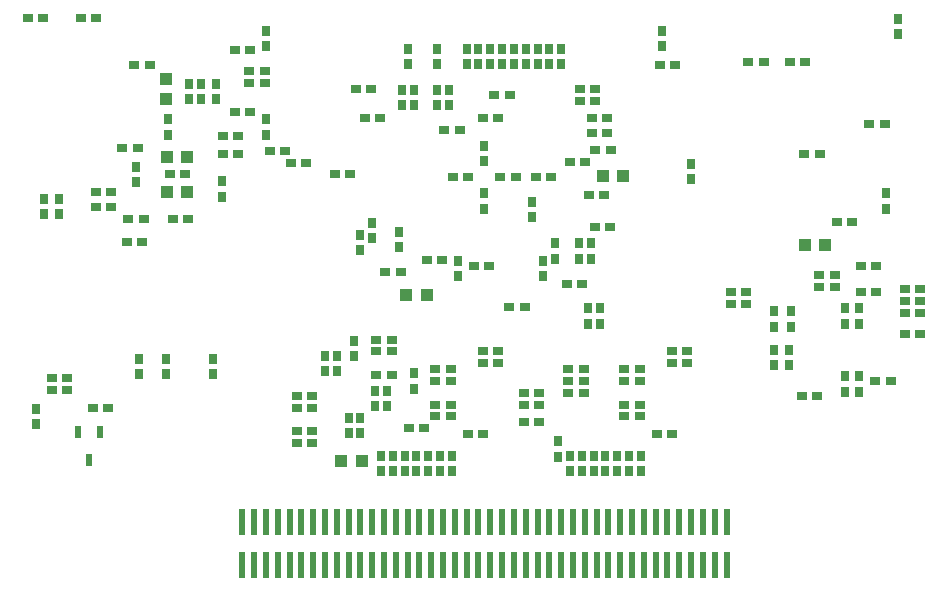
<source format=gbp>
G75*
G70*
%OFA0B0*%
%FSLAX24Y24*%
%IPPOS*%
%LPD*%
%AMOC8*
5,1,8,0,0,1.08239X$1,22.5*
%
%ADD10R,0.0354X0.0276*%
%ADD11R,0.0276X0.0354*%
%ADD12R,0.0236X0.0906*%
%ADD13R,0.0394X0.0433*%
%ADD14R,0.0217X0.0394*%
%ADD15R,0.0433X0.0394*%
D10*
X005572Y008191D03*
X006084Y008191D03*
X004706Y008781D03*
X004194Y008781D03*
X004194Y009175D03*
X004706Y009175D03*
X006703Y013703D03*
X007215Y013703D03*
X007265Y014490D03*
X006754Y014490D03*
X006183Y014883D03*
X005671Y014883D03*
X005671Y015376D03*
X006183Y015376D03*
X008131Y015966D03*
X008643Y015966D03*
X009903Y016655D03*
X010415Y016655D03*
X010415Y017246D03*
X009903Y017246D03*
X010297Y018033D03*
X010809Y018033D03*
X010789Y019017D03*
X010789Y019411D03*
X011301Y019411D03*
X011301Y019017D03*
X010809Y020100D03*
X010297Y020100D03*
X007462Y019608D03*
X006950Y019608D03*
X005691Y021183D03*
X005179Y021183D03*
X003919Y021183D03*
X003407Y021183D03*
X006557Y016852D03*
X007069Y016852D03*
X008230Y014490D03*
X008742Y014490D03*
X012167Y016360D03*
X011990Y016754D03*
X011478Y016754D03*
X012679Y016360D03*
X013643Y015966D03*
X014155Y015966D03*
X014628Y017836D03*
X015139Y017836D03*
X014844Y018820D03*
X014332Y018820D03*
X017285Y017443D03*
X017797Y017443D03*
X018565Y017836D03*
X019076Y017836D03*
X018958Y018624D03*
X019470Y018624D03*
X021813Y018820D03*
X022324Y018820D03*
X022324Y018427D03*
X021813Y018427D03*
X022206Y017836D03*
X022718Y017836D03*
X022718Y017344D03*
X022206Y017344D03*
X022324Y016773D03*
X022836Y016773D03*
X021990Y016380D03*
X021478Y016380D03*
X020848Y015868D03*
X020336Y015868D03*
X019667Y015868D03*
X019155Y015868D03*
X018092Y015868D03*
X017580Y015868D03*
X017206Y013112D03*
X016694Y013112D03*
X015828Y012718D03*
X015317Y012718D03*
X018269Y012915D03*
X018781Y012915D03*
X019450Y011537D03*
X019962Y011537D03*
X021380Y012324D03*
X021891Y012324D03*
X022305Y014214D03*
X022817Y014214D03*
X022620Y015277D03*
X022108Y015277D03*
X026832Y012029D03*
X026832Y011635D03*
X027344Y011635D03*
X027344Y012029D03*
X029785Y012226D03*
X029785Y012620D03*
X030297Y012620D03*
X030297Y012226D03*
X031163Y012029D03*
X031675Y012029D03*
X032639Y012128D03*
X032639Y011734D03*
X032639Y011340D03*
X033151Y011340D03*
X033151Y011734D03*
X033151Y012128D03*
X031675Y012915D03*
X031163Y012915D03*
X030887Y014391D03*
X030376Y014391D03*
X029805Y016655D03*
X029293Y016655D03*
X031458Y017639D03*
X031970Y017639D03*
X029313Y019706D03*
X028801Y019706D03*
X027935Y019706D03*
X027423Y019706D03*
X024982Y019608D03*
X024470Y019608D03*
X032639Y010651D03*
X033151Y010651D03*
X032167Y009076D03*
X031655Y009076D03*
X029706Y008584D03*
X029194Y008584D03*
X025376Y009667D03*
X025376Y010061D03*
X024864Y010061D03*
X024864Y009667D03*
X023801Y009470D03*
X023289Y009470D03*
X023289Y009076D03*
X023801Y009076D03*
X023801Y008289D03*
X023801Y007895D03*
X023289Y007895D03*
X023289Y008289D03*
X021931Y008683D03*
X021931Y009076D03*
X021419Y009076D03*
X021419Y008683D03*
X021419Y009470D03*
X021931Y009470D03*
X020454Y008683D03*
X019943Y008683D03*
X019943Y008289D03*
X020454Y008289D03*
X020454Y007698D03*
X019943Y007698D03*
X018584Y007305D03*
X018072Y007305D03*
X017502Y007895D03*
X017502Y008289D03*
X016990Y008289D03*
X016990Y007895D03*
X016616Y007502D03*
X016104Y007502D03*
X016990Y009076D03*
X017502Y009076D03*
X017502Y009470D03*
X016990Y009470D03*
X015533Y009273D03*
X015021Y009273D03*
X015021Y010061D03*
X015533Y010061D03*
X015533Y010454D03*
X015021Y010454D03*
X012876Y008584D03*
X012876Y008191D03*
X012364Y008191D03*
X012364Y008584D03*
X012364Y007403D03*
X012876Y007403D03*
X012876Y007009D03*
X012364Y007009D03*
X018565Y009667D03*
X018565Y010061D03*
X019076Y010061D03*
X019076Y009667D03*
X024372Y007305D03*
X024883Y007305D03*
D11*
X023840Y006576D03*
X023446Y006576D03*
X023053Y006576D03*
X022659Y006576D03*
X022265Y006576D03*
X021872Y006576D03*
X021478Y006576D03*
X021084Y006557D03*
X021084Y007069D03*
X021478Y006065D03*
X021872Y006065D03*
X022265Y006065D03*
X022659Y006065D03*
X023053Y006065D03*
X023446Y006065D03*
X023840Y006065D03*
X028269Y009608D03*
X028761Y009608D03*
X028761Y010120D03*
X028269Y010120D03*
X028269Y010887D03*
X028269Y011399D03*
X028860Y011399D03*
X028860Y010887D03*
X030631Y010986D03*
X031124Y010986D03*
X031124Y011498D03*
X030631Y011498D03*
X030631Y009234D03*
X031124Y009234D03*
X031124Y008722D03*
X030631Y008722D03*
X022462Y010986D03*
X022069Y010986D03*
X022069Y011498D03*
X022462Y011498D03*
X020592Y012561D03*
X020592Y013072D03*
X020986Y013151D03*
X020986Y013663D03*
X021773Y013663D03*
X022167Y013663D03*
X022167Y013151D03*
X021773Y013151D03*
X020198Y014529D03*
X020198Y015041D03*
X018624Y014824D03*
X018624Y015336D03*
X018624Y016399D03*
X018624Y016911D03*
X017443Y018269D03*
X017049Y018269D03*
X017049Y018781D03*
X017443Y018781D03*
X017049Y019647D03*
X017049Y020159D03*
X016065Y020159D03*
X016065Y019647D03*
X016261Y018781D03*
X015868Y018781D03*
X015868Y018269D03*
X016261Y018269D03*
X018033Y019647D03*
X018427Y019647D03*
X018820Y019647D03*
X019214Y019647D03*
X019608Y019647D03*
X020002Y019647D03*
X020395Y019647D03*
X020789Y019647D03*
X021183Y019647D03*
X021183Y020159D03*
X020789Y020159D03*
X020395Y020159D03*
X020002Y020159D03*
X019608Y020159D03*
X019214Y020159D03*
X018820Y020159D03*
X018427Y020159D03*
X018033Y020159D03*
X024529Y020238D03*
X024529Y020750D03*
X025513Y016320D03*
X025513Y015809D03*
X032009Y015336D03*
X032009Y014824D03*
X032403Y020631D03*
X032403Y021143D03*
X017738Y013072D03*
X017738Y012561D03*
X015769Y013545D03*
X015769Y014057D03*
X014883Y013840D03*
X014490Y013958D03*
X014490Y013446D03*
X014883Y014352D03*
X011340Y017285D03*
X011340Y017797D03*
X009667Y018466D03*
X009175Y018466D03*
X008781Y018466D03*
X008781Y018978D03*
X009175Y018978D03*
X009667Y018978D03*
X008092Y017797D03*
X008092Y017285D03*
X007009Y016222D03*
X007009Y015710D03*
X004450Y015139D03*
X003958Y015139D03*
X003958Y014628D03*
X004450Y014628D03*
X009864Y015218D03*
X009864Y015730D03*
X011340Y020238D03*
X011340Y020750D03*
X014293Y010415D03*
X014293Y009903D03*
X013702Y009923D03*
X013309Y009923D03*
X013309Y009411D03*
X013702Y009411D03*
X014982Y008742D03*
X015376Y008742D03*
X015376Y008230D03*
X014982Y008230D03*
X014490Y007856D03*
X014096Y007856D03*
X014096Y007344D03*
X014490Y007344D03*
X015179Y006576D03*
X015572Y006576D03*
X015966Y006576D03*
X016360Y006576D03*
X016754Y006576D03*
X017147Y006576D03*
X017541Y006576D03*
X017541Y006065D03*
X017147Y006065D03*
X016754Y006065D03*
X016360Y006065D03*
X015966Y006065D03*
X015572Y006065D03*
X015179Y006065D03*
X016261Y008820D03*
X016261Y009332D03*
X009569Y009313D03*
X009569Y009824D03*
X007994Y009824D03*
X007994Y009313D03*
X007108Y009313D03*
X007108Y009824D03*
X003663Y008151D03*
X003663Y007639D03*
D12*
X010553Y004391D03*
X010946Y004391D03*
X011340Y004391D03*
X011734Y004391D03*
X012128Y004391D03*
X012521Y004391D03*
X012915Y004391D03*
X013309Y004391D03*
X013702Y004391D03*
X014096Y004391D03*
X014490Y004391D03*
X014883Y004391D03*
X015277Y004391D03*
X015671Y004391D03*
X016065Y004391D03*
X016458Y004391D03*
X016852Y004391D03*
X017246Y004391D03*
X017639Y004391D03*
X018033Y004391D03*
X018427Y004391D03*
X018820Y004391D03*
X019214Y004391D03*
X019608Y004391D03*
X020002Y004391D03*
X020395Y004391D03*
X020789Y004391D03*
X021183Y004391D03*
X021576Y004391D03*
X021970Y004391D03*
X022364Y004391D03*
X022757Y004391D03*
X023151Y004391D03*
X023545Y004391D03*
X023939Y004391D03*
X024332Y004391D03*
X024726Y004391D03*
X025120Y004391D03*
X025513Y004391D03*
X025907Y004391D03*
X026301Y004391D03*
X026694Y004391D03*
X026694Y002935D03*
X026301Y002935D03*
X025907Y002935D03*
X025513Y002935D03*
X025120Y002935D03*
X024726Y002935D03*
X024332Y002935D03*
X023939Y002935D03*
X023545Y002935D03*
X023151Y002935D03*
X022757Y002935D03*
X022364Y002935D03*
X021970Y002935D03*
X021576Y002935D03*
X021183Y002935D03*
X020789Y002935D03*
X020395Y002935D03*
X020002Y002935D03*
X019608Y002935D03*
X019214Y002935D03*
X018820Y002935D03*
X018427Y002935D03*
X018033Y002935D03*
X017639Y002935D03*
X017246Y002935D03*
X016852Y002935D03*
X016458Y002935D03*
X016065Y002935D03*
X015671Y002935D03*
X015277Y002935D03*
X014883Y002935D03*
X014490Y002935D03*
X014096Y002935D03*
X013702Y002935D03*
X013309Y002935D03*
X012915Y002935D03*
X012521Y002935D03*
X012128Y002935D03*
X011734Y002935D03*
X011340Y002935D03*
X010946Y002935D03*
X010553Y002935D03*
D13*
X013860Y006419D03*
X014529Y006419D03*
X016025Y011931D03*
X016694Y011931D03*
X022580Y015927D03*
X023250Y015927D03*
X029313Y013604D03*
X029982Y013604D03*
X008722Y015376D03*
X008053Y015376D03*
X008053Y016557D03*
X008722Y016557D03*
D14*
X005435Y006458D03*
X005809Y007364D03*
X005061Y007364D03*
D15*
X007994Y018486D03*
X007994Y019155D03*
M02*

</source>
